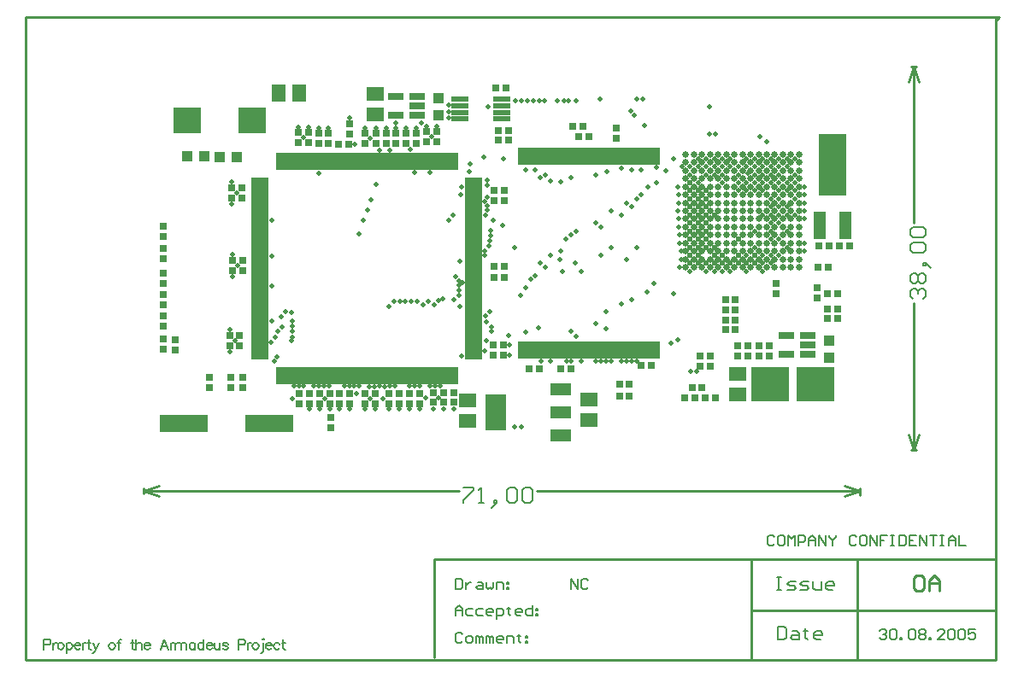
<source format=gts>
%FSLAX42Y42*%
%MOMM*%
G71*
G01*
G75*
%ADD10C,0.45*%
%ADD11R,0.30X1.60*%
%ADD12R,0.60X0.50*%
%ADD13R,0.50X0.60*%
%ADD14R,1.20X1.50*%
%ADD15R,1.50X1.20*%
%ADD16R,0.80X0.90*%
%ADD17R,1.60X0.30*%
%ADD18R,1.95X3.40*%
%ADD19R,1.95X1.10*%
%ADD20R,1.45X0.55*%
%ADD21R,0.90X0.80*%
%ADD22R,2.60X2.40*%
%ADD23R,1.00X2.50*%
%ADD24R,2.50X6.00*%
%ADD25R,3.50X3.20*%
%ADD26R,4.50X1.50*%
%ADD27R,1.50X0.35*%
%ADD28C,0.15*%
%ADD29C,0.25*%
%ADD30C,0.15*%
%ADD31C,0.13*%
%ADD32C,0.18*%
%ADD33C,0.30*%
%ADD34C,0.40*%
%ADD35R,0.35X1.60*%
%ADD36C,0.80*%
%ADD37C,1.10*%
%ADD38O,0.35X1.60*%
%ADD39R,0.95X1.00*%
%ADD40R,1.15X0.35*%
%ADD41R,1.15X0.35*%
%ADD42R,1.65X0.30*%
%ADD43R,0.30X1.00*%
%ADD44O,0.30X1.00*%
%ADD45R,0.40X1.55*%
%ADD46R,0.40X2.20*%
%ADD47C,0.25*%
%ADD48C,0.20*%
%ADD49C,0.10*%
%ADD50C,0.65*%
%ADD51R,0.50X1.80*%
%ADD52R,0.80X0.70*%
%ADD53R,0.70X0.80*%
%ADD54R,1.40X1.70*%
%ADD55R,1.70X1.40*%
%ADD56R,1.00X1.10*%
%ADD57R,1.80X0.50*%
%ADD58R,2.15X3.60*%
%ADD59R,2.15X1.30*%
%ADD60R,1.65X0.75*%
%ADD61R,1.10X1.00*%
%ADD62R,2.80X2.60*%
%ADD63R,1.20X2.70*%
%ADD64R,2.70X6.20*%
%ADD65R,3.70X3.40*%
%ADD66R,4.70X1.70*%
%ADD67R,1.70X0.55*%
%ADD68C,0.50*%
%ADD69C,0.60*%
D29*
X9060Y6051D02*
X9115D01*
X9065Y2251D02*
X9110D01*
X9090Y4502D02*
Y6051D01*
Y2251D02*
Y3710D01*
X9039Y5898D02*
X9090Y6051D01*
X9141Y5898D01*
X9090Y2251D02*
X9141Y2403D01*
X9039D02*
X9090Y2251D01*
X1457Y1815D02*
Y1865D01*
X8557Y1800D02*
Y1865D01*
X1457Y1840D02*
X4583D01*
X5350D02*
X8557D01*
X1457D02*
X1610Y1789D01*
X1457Y1840D02*
X1610Y1891D01*
X8405D02*
X8557Y1840D01*
X8405Y1789D02*
X8557Y1840D01*
X8530Y170D02*
Y1170D01*
X7480Y660D02*
X9900D01*
X7480Y180D02*
Y1170D01*
X4340Y190D02*
Y1170D01*
X9900D01*
Y170D02*
Y6540D01*
Y6510D02*
X9930Y6540D01*
X290D02*
X9930D01*
X290Y170D02*
Y6540D01*
Y170D02*
X9900D01*
X9090Y977D02*
X9115Y1002D01*
X9166D01*
X9192Y977D01*
Y875D01*
X9166Y850D01*
X9115D01*
X9090Y875D01*
Y977D01*
X9242Y850D02*
Y952D01*
X9293Y1002D01*
X9344Y952D01*
Y850D01*
Y926D01*
X9242D01*
D30*
X9078Y3751D02*
X9053Y3776D01*
Y3827D01*
X9078Y3852D01*
X9104D01*
X9129Y3827D01*
Y3801D01*
Y3827D01*
X9155Y3852D01*
X9180D01*
X9205Y3827D01*
Y3776D01*
X9180Y3751D01*
X9078Y3903D02*
X9053Y3928D01*
Y3979D01*
X9078Y4005D01*
X9104D01*
X9129Y3979D01*
X9155Y4005D01*
X9180D01*
X9205Y3979D01*
Y3928D01*
X9180Y3903D01*
X9155D01*
X9129Y3928D01*
X9104Y3903D01*
X9078D01*
X9129Y3928D02*
Y3979D01*
X9231Y4081D02*
X9205Y4106D01*
X9180D01*
Y4081D01*
X9205D01*
Y4106D01*
X9231Y4081D01*
X9256Y4055D01*
X9078Y4208D02*
X9053Y4233D01*
Y4284D01*
X9078Y4309D01*
X9180D01*
X9205Y4284D01*
Y4233D01*
X9180Y4208D01*
X9078D01*
Y4360D02*
X9053Y4385D01*
Y4436D01*
X9078Y4462D01*
X9180D01*
X9205Y4436D01*
Y4385D01*
X9180Y4360D01*
X9078D01*
X4624Y1876D02*
X4725D01*
Y1850D01*
X4624Y1749D01*
Y1723D01*
X4776D02*
X4827D01*
X4802D01*
Y1876D01*
X4776Y1850D01*
X4928Y1698D02*
X4954Y1723D01*
Y1749D01*
X4928D01*
Y1723D01*
X4954D01*
X4928Y1698D01*
X4903Y1672D01*
X5055Y1850D02*
X5081Y1876D01*
X5132D01*
X5157Y1850D01*
Y1749D01*
X5132Y1723D01*
X5081D01*
X5055Y1749D01*
Y1850D01*
X5208D02*
X5233Y1876D01*
X5284D01*
X5309Y1850D01*
Y1749D01*
X5284Y1723D01*
X5233D01*
X5208Y1749D01*
Y1850D01*
D31*
X8750Y455D02*
X8767Y472D01*
X8801D01*
X8818Y455D01*
Y438D01*
X8801Y421D01*
X8784D01*
X8801D01*
X8818Y404D01*
Y387D01*
X8801Y370D01*
X8767D01*
X8750Y387D01*
X8852Y455D02*
X8868Y472D01*
X8902D01*
X8919Y455D01*
Y387D01*
X8902Y370D01*
X8868D01*
X8852Y387D01*
Y455D01*
X8953Y370D02*
Y387D01*
X8970D01*
Y370D01*
X8953D01*
X9038Y455D02*
X9055Y472D01*
X9089D01*
X9105Y455D01*
Y387D01*
X9089Y370D01*
X9055D01*
X9038Y387D01*
Y455D01*
X9139D02*
X9156Y472D01*
X9190D01*
X9207Y455D01*
Y438D01*
X9190Y421D01*
X9207Y404D01*
Y387D01*
X9190Y370D01*
X9156D01*
X9139Y387D01*
Y404D01*
X9156Y421D01*
X9139Y438D01*
Y455D01*
X9156Y421D02*
X9190D01*
X9241Y370D02*
Y387D01*
X9258D01*
Y370D01*
X9241D01*
X9393D02*
X9326D01*
X9393Y438D01*
Y455D01*
X9376Y472D01*
X9342D01*
X9326Y455D01*
X9427D02*
X9444Y472D01*
X9478D01*
X9495Y455D01*
Y387D01*
X9478Y370D01*
X9444D01*
X9427Y387D01*
Y455D01*
X9529D02*
X9546Y472D01*
X9579D01*
X9596Y455D01*
Y387D01*
X9579Y370D01*
X9546D01*
X9529Y387D01*
Y455D01*
X9698Y472D02*
X9630D01*
Y421D01*
X9664Y438D01*
X9681D01*
X9698Y421D01*
Y387D01*
X9681Y370D01*
X9647D01*
X9630Y387D01*
X5690Y870D02*
Y972D01*
X5758Y870D01*
Y972D01*
X5859Y955D02*
X5842Y972D01*
X5808D01*
X5792Y955D01*
Y887D01*
X5808Y870D01*
X5842D01*
X5859Y887D01*
X470Y318D02*
X514D01*
X528Y323D01*
X533Y328D01*
X538Y338D01*
Y352D01*
X533Y362D01*
X528Y367D01*
X514Y372D01*
X470D01*
Y270D01*
X560Y338D02*
Y270D01*
Y309D02*
X565Y323D01*
X575Y333D01*
X585Y338D01*
X599D01*
X633D02*
X623Y333D01*
X613Y323D01*
X608Y309D01*
Y299D01*
X613Y285D01*
X623Y275D01*
X633Y270D01*
X647D01*
X657Y275D01*
X666Y285D01*
X671Y299D01*
Y309D01*
X666Y323D01*
X657Y333D01*
X647Y338D01*
X633D01*
X693D02*
Y236D01*
Y323D02*
X703Y333D01*
X713Y338D01*
X727D01*
X737Y333D01*
X747Y323D01*
X752Y309D01*
Y299D01*
X747Y285D01*
X737Y275D01*
X727Y270D01*
X713D01*
X703Y275D01*
X693Y285D01*
X773Y309D02*
X831D01*
Y318D01*
X826Y328D01*
X822Y333D01*
X812Y338D01*
X797D01*
X788Y333D01*
X778Y323D01*
X773Y309D01*
Y299D01*
X778Y285D01*
X788Y275D01*
X797Y270D01*
X812D01*
X822Y275D01*
X831Y285D01*
X853Y338D02*
Y270D01*
Y309D02*
X858Y323D01*
X868Y333D01*
X877Y338D01*
X892D01*
X915Y372D02*
Y289D01*
X920Y275D01*
X930Y270D01*
X940D01*
X901Y338D02*
X935D01*
X959D02*
X988Y270D01*
X1017Y338D02*
X988Y270D01*
X978Y251D01*
X969Y241D01*
X959Y236D01*
X954D01*
X1138Y338D02*
X1128Y333D01*
X1119Y323D01*
X1114Y309D01*
Y299D01*
X1119Y285D01*
X1128Y275D01*
X1138Y270D01*
X1153D01*
X1162Y275D01*
X1172Y285D01*
X1177Y299D01*
Y309D01*
X1172Y323D01*
X1162Y333D01*
X1153Y338D01*
X1138D01*
X1238Y372D02*
X1228D01*
X1218Y367D01*
X1213Y352D01*
Y270D01*
X1199Y338D02*
X1233D01*
X1346Y372D02*
Y289D01*
X1351Y275D01*
X1361Y270D01*
X1371D01*
X1332Y338D02*
X1366D01*
X1385Y372D02*
Y270D01*
Y318D02*
X1400Y333D01*
X1409Y338D01*
X1424D01*
X1434Y333D01*
X1438Y318D01*
Y270D01*
X1465Y309D02*
X1523D01*
Y318D01*
X1518Y328D01*
X1513Y333D01*
X1504Y338D01*
X1489D01*
X1479Y333D01*
X1470Y323D01*
X1465Y309D01*
Y299D01*
X1470Y285D01*
X1479Y275D01*
X1489Y270D01*
X1504D01*
X1513Y275D01*
X1523Y285D01*
X1702Y270D02*
X1663Y372D01*
X1625Y270D01*
X1639Y304D02*
X1687D01*
X1726Y338D02*
Y270D01*
Y309D02*
X1731Y323D01*
X1740Y333D01*
X1750Y338D01*
X1764D01*
X1774D02*
Y270D01*
Y318D02*
X1788Y333D01*
X1798Y338D01*
X1812D01*
X1822Y333D01*
X1827Y318D01*
Y270D01*
Y318D02*
X1841Y333D01*
X1851Y338D01*
X1865D01*
X1875Y333D01*
X1880Y318D01*
Y270D01*
X1970Y338D02*
Y270D01*
Y323D02*
X1960Y333D01*
X1951Y338D01*
X1936D01*
X1926Y333D01*
X1917Y323D01*
X1912Y309D01*
Y299D01*
X1917Y285D01*
X1926Y275D01*
X1936Y270D01*
X1951D01*
X1960Y275D01*
X1970Y285D01*
X2055Y372D02*
Y270D01*
Y323D02*
X2045Y333D01*
X2036Y338D01*
X2021D01*
X2012Y333D01*
X2002Y323D01*
X1997Y309D01*
Y299D01*
X2002Y285D01*
X2012Y275D01*
X2021Y270D01*
X2036D01*
X2045Y275D01*
X2055Y285D01*
X2082Y309D02*
X2140D01*
Y318D01*
X2135Y328D01*
X2131Y333D01*
X2121Y338D01*
X2106D01*
X2097Y333D01*
X2087Y323D01*
X2082Y309D01*
Y299D01*
X2087Y285D01*
X2097Y275D01*
X2106Y270D01*
X2121D01*
X2131Y275D01*
X2140Y285D01*
X2162Y338D02*
Y289D01*
X2167Y275D01*
X2177Y270D01*
X2191D01*
X2201Y275D01*
X2215Y289D01*
Y338D02*
Y270D01*
X2295Y323D02*
X2290Y333D01*
X2276Y338D01*
X2261D01*
X2247Y333D01*
X2242Y323D01*
X2247Y314D01*
X2256Y309D01*
X2281Y304D01*
X2290Y299D01*
X2295Y289D01*
Y285D01*
X2290Y275D01*
X2276Y270D01*
X2261D01*
X2247Y275D01*
X2242Y285D01*
X2396Y318D02*
X2440D01*
X2454Y323D01*
X2459Y328D01*
X2464Y338D01*
Y352D01*
X2459Y362D01*
X2454Y367D01*
X2440Y372D01*
X2396D01*
Y270D01*
X2487Y338D02*
Y270D01*
Y309D02*
X2491Y323D01*
X2501Y333D01*
X2511Y338D01*
X2525D01*
X2559D02*
X2549Y333D01*
X2539Y323D01*
X2534Y309D01*
Y299D01*
X2539Y285D01*
X2549Y275D01*
X2559Y270D01*
X2573D01*
X2583Y275D01*
X2592Y285D01*
X2597Y299D01*
Y309D01*
X2592Y323D01*
X2583Y333D01*
X2573Y338D01*
X2559D01*
X2639Y372D02*
X2644Y367D01*
X2649Y372D01*
X2644Y376D01*
X2639Y372D01*
X2644Y338D02*
Y255D01*
X2639Y241D01*
X2629Y236D01*
X2620D01*
X2667Y309D02*
X2726D01*
Y318D01*
X2721Y328D01*
X2716Y333D01*
X2706Y338D01*
X2692D01*
X2682Y333D01*
X2672Y323D01*
X2667Y309D01*
Y299D01*
X2672Y285D01*
X2682Y275D01*
X2692Y270D01*
X2706D01*
X2716Y275D01*
X2726Y285D01*
X2805Y323D02*
X2796Y333D01*
X2786Y338D01*
X2771D01*
X2762Y333D01*
X2752Y323D01*
X2747Y309D01*
Y299D01*
X2752Y285D01*
X2762Y275D01*
X2771Y270D01*
X2786D01*
X2796Y275D01*
X2805Y285D01*
X2842Y372D02*
Y289D01*
X2846Y275D01*
X2856Y270D01*
X2866D01*
X2827Y338D02*
X2861D01*
X4550Y610D02*
Y678D01*
X4584Y712D01*
X4618Y678D01*
Y610D01*
Y661D01*
X4550D01*
X4719Y678D02*
X4668D01*
X4652Y661D01*
Y627D01*
X4668Y610D01*
X4719D01*
X4821Y678D02*
X4770D01*
X4753Y661D01*
Y627D01*
X4770Y610D01*
X4821D01*
X4905D02*
X4872D01*
X4855Y627D01*
Y661D01*
X4872Y678D01*
X4905D01*
X4922Y661D01*
Y644D01*
X4855D01*
X4956Y576D02*
Y678D01*
X5007D01*
X5024Y661D01*
Y627D01*
X5007Y610D01*
X4956D01*
X5075Y695D02*
Y678D01*
X5058D01*
X5092D01*
X5075D01*
Y627D01*
X5092Y610D01*
X5193D02*
X5159D01*
X5142Y627D01*
Y661D01*
X5159Y678D01*
X5193D01*
X5210Y661D01*
Y644D01*
X5142D01*
X5312Y712D02*
Y610D01*
X5261D01*
X5244Y627D01*
Y661D01*
X5261Y678D01*
X5312D01*
X5346D02*
X5363D01*
Y661D01*
X5346D01*
Y678D01*
Y627D02*
X5363D01*
Y610D01*
X5346D01*
Y627D01*
X4550Y972D02*
Y870D01*
X4601D01*
X4618Y887D01*
Y955D01*
X4601Y972D01*
X4550D01*
X4652Y938D02*
Y870D01*
Y904D01*
X4668Y921D01*
X4685Y938D01*
X4702D01*
X4770D02*
X4804D01*
X4821Y921D01*
Y870D01*
X4770D01*
X4753Y887D01*
X4770Y904D01*
X4821D01*
X4855Y938D02*
Y887D01*
X4872Y870D01*
X4889Y887D01*
X4905Y870D01*
X4922Y887D01*
Y938D01*
X4956Y870D02*
Y938D01*
X5007D01*
X5024Y921D01*
Y870D01*
X5058Y938D02*
X5075D01*
Y921D01*
X5058D01*
Y938D01*
Y887D02*
X5075D01*
Y870D01*
X5058D01*
Y887D01*
X4618Y425D02*
X4601Y442D01*
X4567D01*
X4550Y425D01*
Y357D01*
X4567Y340D01*
X4601D01*
X4618Y357D01*
X4668Y340D02*
X4702D01*
X4719Y357D01*
Y391D01*
X4702Y408D01*
X4668D01*
X4652Y391D01*
Y357D01*
X4668Y340D01*
X4753D02*
Y408D01*
X4770D01*
X4787Y391D01*
Y340D01*
Y391D01*
X4804Y408D01*
X4821Y391D01*
Y340D01*
X4855D02*
Y408D01*
X4872D01*
X4889Y391D01*
Y340D01*
Y391D01*
X4905Y408D01*
X4922Y391D01*
Y340D01*
X5007D02*
X4973D01*
X4956Y357D01*
Y391D01*
X4973Y408D01*
X5007D01*
X5024Y391D01*
Y374D01*
X4956D01*
X5058Y340D02*
Y408D01*
X5109D01*
X5126Y391D01*
Y340D01*
X5176Y425D02*
Y408D01*
X5159D01*
X5193D01*
X5176D01*
Y357D01*
X5193Y340D01*
X5244Y408D02*
X5261D01*
Y391D01*
X5244D01*
Y408D01*
Y357D02*
X5261D01*
Y340D01*
X5244D01*
Y357D01*
X7708Y1385D02*
X7691Y1402D01*
X7657D01*
X7640Y1385D01*
Y1317D01*
X7657Y1300D01*
X7691D01*
X7708Y1317D01*
X7792Y1402D02*
X7758D01*
X7742Y1385D01*
Y1317D01*
X7758Y1300D01*
X7792D01*
X7809Y1317D01*
Y1385D01*
X7792Y1402D01*
X7843Y1300D02*
Y1402D01*
X7877Y1368D01*
X7911Y1402D01*
Y1300D01*
X7945D02*
Y1402D01*
X7995D01*
X8012Y1385D01*
Y1351D01*
X7995Y1334D01*
X7945D01*
X8046Y1300D02*
Y1368D01*
X8080Y1402D01*
X8114Y1368D01*
Y1300D01*
Y1351D01*
X8046D01*
X8148Y1300D02*
Y1402D01*
X8216Y1300D01*
Y1402D01*
X8249D02*
Y1385D01*
X8283Y1351D01*
X8317Y1385D01*
Y1402D01*
X8283Y1351D02*
Y1300D01*
X8520Y1385D02*
X8503Y1402D01*
X8469D01*
X8453Y1385D01*
Y1317D01*
X8469Y1300D01*
X8503D01*
X8520Y1317D01*
X8605Y1402D02*
X8571D01*
X8554Y1385D01*
Y1317D01*
X8571Y1300D01*
X8605D01*
X8622Y1317D01*
Y1385D01*
X8605Y1402D01*
X8656Y1300D02*
Y1402D01*
X8723Y1300D01*
Y1402D01*
X8825D02*
X8757D01*
Y1351D01*
X8791D01*
X8757D01*
Y1300D01*
X8859Y1402D02*
X8893D01*
X8876D01*
Y1300D01*
X8859D01*
X8893D01*
X8943Y1402D02*
Y1300D01*
X8994D01*
X9011Y1317D01*
Y1385D01*
X8994Y1402D01*
X8943D01*
X9113D02*
X9045D01*
Y1300D01*
X9113D01*
X9045Y1351D02*
X9079D01*
X9147Y1300D02*
Y1402D01*
X9214Y1300D01*
Y1402D01*
X9248D02*
X9316D01*
X9282D01*
Y1300D01*
X9350Y1402D02*
X9384D01*
X9367D01*
Y1300D01*
X9350D01*
X9384D01*
X9434D02*
Y1368D01*
X9468Y1402D01*
X9502Y1368D01*
Y1300D01*
Y1351D01*
X9434D01*
X9536Y1402D02*
Y1300D01*
X9604D01*
D32*
X7740Y497D02*
Y370D01*
X7803D01*
X7825Y391D01*
Y476D01*
X7803Y497D01*
X7740D01*
X7888Y455D02*
X7930D01*
X7952Y433D01*
Y370D01*
X7888D01*
X7867Y391D01*
X7888Y412D01*
X7952D01*
X8015Y476D02*
Y455D01*
X7994D01*
X8036D01*
X8015D01*
Y391D01*
X8036Y370D01*
X8163D02*
X8121D01*
X8100Y391D01*
Y433D01*
X8121Y455D01*
X8163D01*
X8184Y433D01*
Y412D01*
X8100D01*
X7730Y987D02*
X7772D01*
X7751D01*
Y860D01*
X7730D01*
X7772D01*
X7836D02*
X7899D01*
X7920Y881D01*
X7899Y902D01*
X7857D01*
X7836Y923D01*
X7857Y945D01*
X7920D01*
X7963Y860D02*
X8026D01*
X8047Y881D01*
X8026Y902D01*
X7984D01*
X7963Y923D01*
X7984Y945D01*
X8047D01*
X8090D02*
Y881D01*
X8111Y860D01*
X8174D01*
Y945D01*
X8280Y860D02*
X8238D01*
X8217Y881D01*
Y923D01*
X8238Y945D01*
X8280D01*
X8301Y923D01*
Y902D01*
X8217D01*
D50*
X7470Y4220D02*
D03*
X7550Y4300D02*
D03*
X7070Y4060D02*
D03*
X7310Y4380D02*
D03*
Y4300D02*
D03*
Y4220D02*
D03*
X7390Y4300D02*
D03*
X6830Y5180D02*
D03*
Y5100D02*
D03*
Y5020D02*
D03*
Y4940D02*
D03*
Y4860D02*
D03*
Y4780D02*
D03*
Y4700D02*
D03*
Y4620D02*
D03*
Y4540D02*
D03*
Y4460D02*
D03*
Y4380D02*
D03*
Y4300D02*
D03*
Y4220D02*
D03*
Y4140D02*
D03*
Y4060D02*
D03*
X6910Y5180D02*
D03*
Y5100D02*
D03*
Y5020D02*
D03*
Y4940D02*
D03*
Y4860D02*
D03*
Y4780D02*
D03*
Y4700D02*
D03*
Y4620D02*
D03*
Y4540D02*
D03*
Y4460D02*
D03*
Y4380D02*
D03*
Y4300D02*
D03*
Y4220D02*
D03*
Y4140D02*
D03*
Y4060D02*
D03*
X6990Y5180D02*
D03*
Y5100D02*
D03*
Y5020D02*
D03*
Y4940D02*
D03*
Y4860D02*
D03*
Y4780D02*
D03*
Y4700D02*
D03*
Y4620D02*
D03*
Y4540D02*
D03*
Y4460D02*
D03*
Y4380D02*
D03*
Y4300D02*
D03*
Y4220D02*
D03*
Y4140D02*
D03*
X6990Y4060D02*
D03*
X7070Y5180D02*
D03*
Y5100D02*
D03*
Y5020D02*
D03*
Y4940D02*
D03*
Y4860D02*
D03*
Y4780D02*
D03*
Y4700D02*
D03*
Y4620D02*
D03*
Y4540D02*
D03*
Y4460D02*
D03*
Y4380D02*
D03*
Y4300D02*
D03*
Y4220D02*
D03*
Y4140D02*
D03*
X7150Y5180D02*
D03*
Y5100D02*
D03*
Y5020D02*
D03*
Y4940D02*
D03*
Y4860D02*
D03*
Y4780D02*
D03*
Y4700D02*
D03*
Y4620D02*
D03*
Y4540D02*
D03*
Y4460D02*
D03*
Y4380D02*
D03*
Y4300D02*
D03*
Y4220D02*
D03*
Y4140D02*
D03*
Y4060D02*
D03*
X7230Y5180D02*
D03*
Y5100D02*
D03*
Y5020D02*
D03*
Y4940D02*
D03*
Y4860D02*
D03*
Y4780D02*
D03*
Y4700D02*
D03*
Y4620D02*
D03*
Y4540D02*
D03*
Y4460D02*
D03*
Y4380D02*
D03*
Y4300D02*
D03*
Y4220D02*
D03*
Y4140D02*
D03*
Y4060D02*
D03*
X7310Y5180D02*
D03*
Y5100D02*
D03*
Y5020D02*
D03*
Y4940D02*
D03*
Y4860D02*
D03*
Y4780D02*
D03*
Y4700D02*
D03*
Y4620D02*
D03*
Y4540D02*
D03*
Y4460D02*
D03*
Y4140D02*
D03*
Y4060D02*
D03*
X7390Y5180D02*
D03*
Y5100D02*
D03*
Y5020D02*
D03*
Y4940D02*
D03*
Y4860D02*
D03*
Y4780D02*
D03*
Y4700D02*
D03*
Y4620D02*
D03*
Y4540D02*
D03*
Y4460D02*
D03*
Y4380D02*
D03*
Y4220D02*
D03*
Y4140D02*
D03*
Y4060D02*
D03*
X7470Y5180D02*
D03*
Y5100D02*
D03*
Y5020D02*
D03*
Y4940D02*
D03*
Y4860D02*
D03*
Y4780D02*
D03*
Y4700D02*
D03*
Y4620D02*
D03*
Y4540D02*
D03*
Y4460D02*
D03*
Y4380D02*
D03*
Y4300D02*
D03*
Y4140D02*
D03*
Y4060D02*
D03*
X7550Y5180D02*
D03*
Y5100D02*
D03*
Y5020D02*
D03*
Y4940D02*
D03*
Y4860D02*
D03*
Y4780D02*
D03*
Y4700D02*
D03*
Y4620D02*
D03*
Y4540D02*
D03*
Y4460D02*
D03*
Y4380D02*
D03*
Y4220D02*
D03*
Y4140D02*
D03*
Y4060D02*
D03*
X7630Y5180D02*
D03*
Y5100D02*
D03*
Y5020D02*
D03*
Y4940D02*
D03*
Y4860D02*
D03*
Y4780D02*
D03*
Y4700D02*
D03*
Y4620D02*
D03*
Y4460D02*
D03*
Y4380D02*
D03*
Y4300D02*
D03*
Y4220D02*
D03*
Y4140D02*
D03*
Y4060D02*
D03*
X7710Y5180D02*
D03*
Y5100D02*
D03*
Y5020D02*
D03*
Y4940D02*
D03*
Y4860D02*
D03*
Y4780D02*
D03*
Y4700D02*
D03*
Y4620D02*
D03*
Y4540D02*
D03*
Y4460D02*
D03*
Y4380D02*
D03*
Y4300D02*
D03*
Y4220D02*
D03*
Y4140D02*
D03*
Y4060D02*
D03*
X7790Y5180D02*
D03*
Y5100D02*
D03*
Y5020D02*
D03*
Y4940D02*
D03*
Y4860D02*
D03*
Y4780D02*
D03*
Y4700D02*
D03*
Y4620D02*
D03*
Y4540D02*
D03*
Y4460D02*
D03*
Y4380D02*
D03*
Y4300D02*
D03*
Y4220D02*
D03*
Y4140D02*
D03*
Y4060D02*
D03*
X7870Y5180D02*
D03*
Y5100D02*
D03*
Y5020D02*
D03*
Y4940D02*
D03*
Y4860D02*
D03*
Y4780D02*
D03*
Y4700D02*
D03*
Y4540D02*
D03*
Y4460D02*
D03*
Y4380D02*
D03*
Y4300D02*
D03*
Y4220D02*
D03*
Y4140D02*
D03*
Y4060D02*
D03*
X7950Y5180D02*
D03*
Y5100D02*
D03*
Y5020D02*
D03*
Y4940D02*
D03*
Y4860D02*
D03*
Y4780D02*
D03*
Y4700D02*
D03*
Y4620D02*
D03*
Y4540D02*
D03*
Y4460D02*
D03*
Y4380D02*
D03*
Y4300D02*
D03*
Y4220D02*
D03*
Y4140D02*
D03*
Y4060D02*
D03*
X7630Y4540D02*
D03*
X7870Y4620D02*
D03*
D51*
X6493Y3240D02*
D03*
X3445Y5110D02*
D03*
X4545D02*
D03*
X4495D02*
D03*
X4445D02*
D03*
X4395D02*
D03*
X4345D02*
D03*
X4295D02*
D03*
X4245D02*
D03*
X4195D02*
D03*
X4145D02*
D03*
X4095D02*
D03*
X4045D02*
D03*
X3995D02*
D03*
X3945D02*
D03*
X3895D02*
D03*
X3845D02*
D03*
X3795D02*
D03*
X3745D02*
D03*
X3695D02*
D03*
X3645D02*
D03*
X3595D02*
D03*
X3545D02*
D03*
X3495D02*
D03*
X3395D02*
D03*
X3345D02*
D03*
X3295D02*
D03*
X3245D02*
D03*
X3195D02*
D03*
X3145D02*
D03*
X3095D02*
D03*
X3045D02*
D03*
X2995D02*
D03*
X2945D02*
D03*
X2895D02*
D03*
X2845D02*
D03*
X2795D02*
D03*
X4545Y2990D02*
D03*
X4495D02*
D03*
X4445D02*
D03*
X4395D02*
D03*
X4345D02*
D03*
X4295D02*
D03*
X4245D02*
D03*
X4195D02*
D03*
X4145D02*
D03*
X4095D02*
D03*
X4045D02*
D03*
X3995D02*
D03*
X3945D02*
D03*
X3895D02*
D03*
X3845D02*
D03*
X3795D02*
D03*
X3745D02*
D03*
X3695D02*
D03*
X3645D02*
D03*
X3595D02*
D03*
X3545D02*
D03*
X3495D02*
D03*
X3445D02*
D03*
X3395D02*
D03*
X3345D02*
D03*
X3295D02*
D03*
X3245D02*
D03*
X3195D02*
D03*
X3145D02*
D03*
X3095D02*
D03*
X3045D02*
D03*
X2995D02*
D03*
X2945D02*
D03*
X2895D02*
D03*
X2845D02*
D03*
X2795D02*
D03*
X5192Y3240D02*
D03*
X5242D02*
D03*
X5292D02*
D03*
X5342D02*
D03*
X5392D02*
D03*
X5442D02*
D03*
X5492D02*
D03*
X5542D02*
D03*
X5592D02*
D03*
X5642D02*
D03*
X5692D02*
D03*
X5742D02*
D03*
X5792D02*
D03*
X5842D02*
D03*
X5892D02*
D03*
X5942D02*
D03*
X5992D02*
D03*
X6042D02*
D03*
X6092D02*
D03*
X6142D02*
D03*
X6192D02*
D03*
X6242D02*
D03*
X6292D02*
D03*
X6342D02*
D03*
X6392D02*
D03*
X6443D02*
D03*
X6543D02*
D03*
X5192Y5160D02*
D03*
X5242D02*
D03*
X5292D02*
D03*
X5342D02*
D03*
X5392D02*
D03*
X5442D02*
D03*
X5492D02*
D03*
X5542D02*
D03*
X5592D02*
D03*
X5642D02*
D03*
X5692D02*
D03*
X5742D02*
D03*
X5792D02*
D03*
X5842D02*
D03*
X5892D02*
D03*
X5942D02*
D03*
X5992D02*
D03*
X6042D02*
D03*
X6092D02*
D03*
X6142D02*
D03*
X6192D02*
D03*
X6242D02*
D03*
X6292D02*
D03*
X6342D02*
D03*
X6392D02*
D03*
X6443D02*
D03*
X6493D02*
D03*
X6543D02*
D03*
D52*
X1650Y3350D02*
D03*
Y3250D02*
D03*
Y4250D02*
D03*
Y4150D02*
D03*
Y4470D02*
D03*
Y4370D02*
D03*
X7550Y3280D02*
D03*
Y3180D02*
D03*
X7440Y3180D02*
D03*
Y3280D02*
D03*
X7320Y3640D02*
D03*
Y3740D02*
D03*
X7220Y3740D02*
D03*
Y3640D02*
D03*
X6970Y3180D02*
D03*
Y3080D02*
D03*
X7070Y3180D02*
D03*
Y3080D02*
D03*
X2110Y2970D02*
D03*
Y2870D02*
D03*
X1770Y3340D02*
D03*
Y3240D02*
D03*
X7660Y3280D02*
D03*
Y3180D02*
D03*
X7340Y3180D02*
D03*
Y3280D02*
D03*
X7720Y3800D02*
D03*
Y3900D02*
D03*
X8130Y3860D02*
D03*
Y3760D02*
D03*
X6140Y5340D02*
D03*
Y5440D02*
D03*
X3100Y2810D02*
D03*
Y2710D02*
D03*
X3000Y2810D02*
D03*
Y2710D02*
D03*
X3750Y2810D02*
D03*
Y2710D02*
D03*
X3650Y2810D02*
D03*
Y2710D02*
D03*
X4430Y2820D02*
D03*
Y2720D02*
D03*
X4330Y2820D02*
D03*
Y2720D02*
D03*
X4260Y5310D02*
D03*
Y5410D02*
D03*
X4360Y5310D02*
D03*
Y5410D02*
D03*
X3650Y5290D02*
D03*
Y5390D02*
D03*
X3760Y5290D02*
D03*
Y5390D02*
D03*
X2990Y5300D02*
D03*
Y5400D02*
D03*
X3090Y5300D02*
D03*
Y5400D02*
D03*
X4530Y2820D02*
D03*
Y2720D02*
D03*
X4060Y5290D02*
D03*
Y5390D02*
D03*
X4160Y5290D02*
D03*
Y5390D02*
D03*
X3190Y5290D02*
D03*
Y5390D02*
D03*
X3290Y5290D02*
D03*
Y5390D02*
D03*
X3300Y2810D02*
D03*
Y2710D02*
D03*
X3200Y2810D02*
D03*
Y2710D02*
D03*
X4190Y2810D02*
D03*
Y2710D02*
D03*
X4090Y2810D02*
D03*
Y2710D02*
D03*
X3860Y5290D02*
D03*
Y5390D02*
D03*
X3960Y5290D02*
D03*
Y5390D02*
D03*
X3500Y5380D02*
D03*
Y5480D02*
D03*
X3500Y2810D02*
D03*
Y2710D02*
D03*
X3400Y2810D02*
D03*
Y2710D02*
D03*
X3990Y2810D02*
D03*
Y2710D02*
D03*
X3890Y2810D02*
D03*
Y2710D02*
D03*
X1650Y4000D02*
D03*
Y3900D02*
D03*
Y3580D02*
D03*
Y3480D02*
D03*
Y3790D02*
D03*
Y3690D02*
D03*
X2320Y2970D02*
D03*
Y2870D02*
D03*
X3310Y2470D02*
D03*
Y2570D02*
D03*
X2440Y2970D02*
D03*
Y2870D02*
D03*
D53*
X7220Y3540D02*
D03*
X7320D02*
D03*
X6270Y2900D02*
D03*
Y2780D02*
D03*
X6920Y2770D02*
D03*
X6820D02*
D03*
X6990Y2870D02*
D03*
X6890D02*
D03*
X7120Y2770D02*
D03*
X8230Y3550D02*
D03*
X8330D02*
D03*
X8230Y3650D02*
D03*
X8330D02*
D03*
X8230Y3800D02*
D03*
X8330D02*
D03*
X8450Y4270D02*
D03*
X8350D02*
D03*
X8150D02*
D03*
X8250D02*
D03*
X7020Y2770D02*
D03*
X5590Y3050D02*
D03*
X5690D02*
D03*
X8240Y4060D02*
D03*
X8140D02*
D03*
X7220Y3440D02*
D03*
X7320D02*
D03*
X2410Y3280D02*
D03*
X2310D02*
D03*
X2410Y3380D02*
D03*
X2310D02*
D03*
X4920Y3290D02*
D03*
X5020D02*
D03*
X4920Y3190D02*
D03*
X5020D02*
D03*
X4930Y4070D02*
D03*
X5030D02*
D03*
X4930Y3960D02*
D03*
X5030D02*
D03*
X4930Y4820D02*
D03*
X5030D02*
D03*
X4930Y4720D02*
D03*
X5030D02*
D03*
X2430Y4750D02*
D03*
X2330D02*
D03*
X2430Y4850D02*
D03*
X2330D02*
D03*
X2440Y4030D02*
D03*
X2340D02*
D03*
X2440Y4130D02*
D03*
X2340D02*
D03*
X3390Y5280D02*
D03*
X3490D02*
D03*
X4950Y5840D02*
D03*
X5050D02*
D03*
X5070Y5320D02*
D03*
X4970D02*
D03*
X5070Y5420D02*
D03*
X4970D02*
D03*
X5380Y3050D02*
D03*
X5280D02*
D03*
X5870Y5360D02*
D03*
X5770D02*
D03*
X5810Y5460D02*
D03*
X5710D02*
D03*
X6390Y3090D02*
D03*
X6490D02*
D03*
X6170Y2780D02*
D03*
Y2900D02*
D03*
D54*
X2800Y5790D02*
D03*
X3000D02*
D03*
D55*
X7340Y3000D02*
D03*
Y2800D02*
D03*
X4670Y2740D02*
D03*
Y2540D02*
D03*
X5870Y2550D02*
D03*
Y2750D02*
D03*
X3750Y5780D02*
D03*
Y5580D02*
D03*
D56*
X8250Y3160D02*
D03*
Y3330D02*
D03*
X4380Y5740D02*
D03*
Y5570D02*
D03*
D57*
X4730Y4125D02*
D03*
Y4025D02*
D03*
Y3975D02*
D03*
Y3875D02*
D03*
Y3825D02*
D03*
Y3775D02*
D03*
Y3725D02*
D03*
Y3675D02*
D03*
Y3625D02*
D03*
Y3525D02*
D03*
Y3475D02*
D03*
Y3425D02*
D03*
Y3375D02*
D03*
Y3325D02*
D03*
Y3225D02*
D03*
Y3175D02*
D03*
Y3275D02*
D03*
Y3575D02*
D03*
Y3925D02*
D03*
Y4075D02*
D03*
Y4225D02*
D03*
Y4575D02*
D03*
Y4825D02*
D03*
X2610Y3175D02*
D03*
Y3225D02*
D03*
Y3275D02*
D03*
Y3325D02*
D03*
Y3375D02*
D03*
Y3425D02*
D03*
Y3475D02*
D03*
Y3525D02*
D03*
Y3575D02*
D03*
Y3625D02*
D03*
Y3675D02*
D03*
Y3725D02*
D03*
Y3775D02*
D03*
Y3825D02*
D03*
Y3875D02*
D03*
Y3925D02*
D03*
Y3975D02*
D03*
Y4025D02*
D03*
Y4075D02*
D03*
Y4125D02*
D03*
Y4175D02*
D03*
Y4225D02*
D03*
Y4275D02*
D03*
Y4325D02*
D03*
Y4375D02*
D03*
Y4425D02*
D03*
Y4475D02*
D03*
Y4525D02*
D03*
Y4575D02*
D03*
Y4625D02*
D03*
Y4675D02*
D03*
Y4725D02*
D03*
Y4775D02*
D03*
Y4825D02*
D03*
Y4875D02*
D03*
Y4925D02*
D03*
X4730Y4175D02*
D03*
Y4275D02*
D03*
Y4325D02*
D03*
Y4375D02*
D03*
Y4425D02*
D03*
Y4475D02*
D03*
Y4525D02*
D03*
Y4625D02*
D03*
Y4675D02*
D03*
Y4725D02*
D03*
Y4775D02*
D03*
Y4875D02*
D03*
Y4925D02*
D03*
D58*
X4950Y2620D02*
D03*
D59*
X5590Y2850D02*
D03*
Y2620D02*
D03*
Y2390D02*
D03*
D60*
X3953Y5565D02*
D03*
Y5755D02*
D03*
X4167D02*
D03*
Y5660D02*
D03*
Y5565D02*
D03*
X8038Y3195D02*
D03*
Y3290D02*
D03*
Y3385D02*
D03*
X7822D02*
D03*
Y3195D02*
D03*
D61*
X2380Y5150D02*
D03*
X2210D02*
D03*
X2060Y5160D02*
D03*
X1890D02*
D03*
D62*
X2530Y5520D02*
D03*
X1890D02*
D03*
D63*
X8153Y4480D02*
D03*
X8407D02*
D03*
D64*
X8280Y5080D02*
D03*
D65*
X7665Y2900D02*
D03*
X8115D02*
D03*
D66*
X1855Y2510D02*
D03*
X2705D02*
D03*
D67*
X5008Y5532D02*
D03*
Y5598D02*
D03*
Y5662D02*
D03*
X4592Y5532D02*
D03*
Y5598D02*
D03*
Y5662D02*
D03*
X5008Y5728D02*
D03*
X4592D02*
D03*
D68*
X6340Y3130D02*
D03*
X6292Y3133D02*
D03*
X6240Y3130D02*
D03*
X6190D02*
D03*
X6090D02*
D03*
X6040D02*
D03*
X5990D02*
D03*
X5940D02*
D03*
X5790D02*
D03*
X5690D02*
D03*
X5200Y2480D02*
D03*
X5130D02*
D03*
X6630Y5020D02*
D03*
X4925Y4525D02*
D03*
X6420Y5470D02*
D03*
X5980Y5730D02*
D03*
X4480Y5540D02*
D03*
Y5600D02*
D03*
Y5670D02*
D03*
X4210Y5490D02*
D03*
X4870Y5650D02*
D03*
X5020Y5140D02*
D03*
X4680Y5010D02*
D03*
X4690Y5090D02*
D03*
X4830Y5150D02*
D03*
X4610Y4860D02*
D03*
X3630Y4530D02*
D03*
X3590Y4390D02*
D03*
X3675Y4625D02*
D03*
X3710Y4730D02*
D03*
X3760Y4880D02*
D03*
X3960Y5490D02*
D03*
X3795Y5225D02*
D03*
X3895Y5225D02*
D03*
X4100Y5230D02*
D03*
X6320Y5570D02*
D03*
X6280Y5610D02*
D03*
X7110Y4980D02*
D03*
X6340Y5730D02*
D03*
X6400D02*
D03*
X7060Y5380D02*
D03*
X7120D02*
D03*
X6710Y5140D02*
D03*
X7510Y4900D02*
D03*
X7350Y4980D02*
D03*
X7190Y5060D02*
D03*
Y4900D02*
D03*
Y4980D02*
D03*
X6940Y3030D02*
D03*
X6880D02*
D03*
X4480Y4530D02*
D03*
X4520Y4580D02*
D03*
X4600Y4780D02*
D03*
X7350Y5060D02*
D03*
X7670Y4740D02*
D03*
X7350Y4900D02*
D03*
X7430D02*
D03*
X7350Y4820D02*
D03*
X7430D02*
D03*
X7510Y4820D02*
D03*
X7440Y4990D02*
D03*
X7510Y4980D02*
D03*
X7270Y5060D02*
D03*
X7430D02*
D03*
X7590Y4580D02*
D03*
X7670Y4340D02*
D03*
X7670Y4420D02*
D03*
X7670Y4580D02*
D03*
Y4500D02*
D03*
X7750Y4580D02*
D03*
X7670Y4660D02*
D03*
X7750D02*
D03*
Y4740D02*
D03*
X7830Y4900D02*
D03*
X7750D02*
D03*
Y4500D02*
D03*
X7910Y4580D02*
D03*
X7830Y4660D02*
D03*
X7910Y4740D02*
D03*
Y4820D02*
D03*
Y4900D02*
D03*
X8000Y4220D02*
D03*
Y4300D02*
D03*
Y4540D02*
D03*
X7830Y4260D02*
D03*
X7750Y4340D02*
D03*
X7830Y4420D02*
D03*
Y4580D02*
D03*
X8000Y4620D02*
D03*
X8000Y4700D02*
D03*
Y4780D02*
D03*
X8000Y4860D02*
D03*
X2360Y3330D02*
D03*
X2390Y4080D02*
D03*
X2380Y4800D02*
D03*
X3040Y5350D02*
D03*
X3700Y5340D02*
D03*
X4310Y5360D02*
D03*
X4845Y4575D02*
D03*
X4835Y4225D02*
D03*
X4620Y3910D02*
D03*
X4845Y3575D02*
D03*
X5080Y3190D02*
D03*
Y3290D02*
D03*
X4295Y2885D02*
D03*
X4145Y2885D02*
D03*
X2310Y3220D02*
D03*
X2310Y3440D02*
D03*
X2725Y3525D02*
D03*
Y3875D02*
D03*
X2340Y3970D02*
D03*
Y4190D02*
D03*
X2725Y4175D02*
D03*
Y4525D02*
D03*
X2330Y4690D02*
D03*
X2330Y4910D02*
D03*
X3550Y5280D02*
D03*
X3500Y5540D02*
D03*
X4360Y5460D02*
D03*
X4260D02*
D03*
X2990Y5450D02*
D03*
X3090D02*
D03*
X3190Y5440D02*
D03*
X3290D02*
D03*
X3650D02*
D03*
X3760D02*
D03*
X3860D02*
D03*
X3960D02*
D03*
X4160D02*
D03*
X4060D02*
D03*
X3195Y4995D02*
D03*
X4145Y5005D02*
D03*
X4295Y5005D02*
D03*
X3570Y2810D02*
D03*
X2945Y2885D02*
D03*
X2995Y2885D02*
D03*
X3045Y2885D02*
D03*
X3145D02*
D03*
X3195D02*
D03*
X3245Y2885D02*
D03*
X3295Y2885D02*
D03*
X3445D02*
D03*
X3495D02*
D03*
X3545D02*
D03*
X3595D02*
D03*
X3690Y2880D02*
D03*
X3740D02*
D03*
X3795Y2885D02*
D03*
X3850Y2880D02*
D03*
X3895Y2885D02*
D03*
X4395Y2885D02*
D03*
X4345Y2885D02*
D03*
X4195D02*
D03*
X4095D02*
D03*
X3945D02*
D03*
X3250Y2760D02*
D03*
X2930D02*
D03*
X3100Y2660D02*
D03*
X3200D02*
D03*
X3300D02*
D03*
X3400D02*
D03*
X3500D02*
D03*
X3700Y2760D02*
D03*
X3650Y2660D02*
D03*
X3750D02*
D03*
X3830Y2760D02*
D03*
X4530Y2660D02*
D03*
X4430D02*
D03*
X4330D02*
D03*
X3890D02*
D03*
X3990D02*
D03*
X4090D02*
D03*
X4190D02*
D03*
X4380Y2770D02*
D03*
X4250D02*
D03*
X5740Y5710D02*
D03*
X5670D02*
D03*
X5620D02*
D03*
X5560D02*
D03*
X5430D02*
D03*
X5380D02*
D03*
X5320D02*
D03*
X5260D02*
D03*
X5200D02*
D03*
X5140D02*
D03*
X7590Y4820D02*
D03*
X7750D02*
D03*
X7830D02*
D03*
X7430Y5140D02*
D03*
X7270D02*
D03*
X6950Y5060D02*
D03*
X7030Y4980D02*
D03*
X6950Y5140D02*
D03*
Y4900D02*
D03*
X6870Y4980D02*
D03*
Y5060D02*
D03*
X6790D02*
D03*
X7030D02*
D03*
Y5140D02*
D03*
X7110Y5060D02*
D03*
Y5140D02*
D03*
X7190D02*
D03*
X7630Y5310D02*
D03*
X7560Y5360D02*
D03*
X7060Y5650D02*
D03*
X7510Y5140D02*
D03*
X7590D02*
D03*
X7670D02*
D03*
X7750D02*
D03*
X7830D02*
D03*
X7910D02*
D03*
X7510Y5060D02*
D03*
X7590D02*
D03*
X7670D02*
D03*
X7750D02*
D03*
X7830D02*
D03*
X7590Y4900D02*
D03*
X7670D02*
D03*
X7590Y4980D02*
D03*
X7670D02*
D03*
X7750D02*
D03*
X7910D02*
D03*
X4580Y3880D02*
D03*
Y3830D02*
D03*
Y3780D02*
D03*
X2750Y3130D02*
D03*
X2780Y3170D02*
D03*
X2720Y3320D02*
D03*
X2760Y3370D02*
D03*
X2790Y3430D02*
D03*
X2830Y3470D02*
D03*
X2820Y3570D02*
D03*
X2860Y3620D02*
D03*
X3890Y3670D02*
D03*
X3935Y3725D02*
D03*
X4000Y3720D02*
D03*
X4050D02*
D03*
X4110D02*
D03*
X4170D02*
D03*
X4230Y3690D02*
D03*
X4280Y3720D02*
D03*
X4340Y3690D02*
D03*
X4380Y3730D02*
D03*
X4420Y3750D02*
D03*
X2920Y3330D02*
D03*
X2930Y3370D02*
D03*
Y3430D02*
D03*
Y3480D02*
D03*
Y3530D02*
D03*
X2920Y3610D02*
D03*
X6710Y3800D02*
D03*
X7750Y4180D02*
D03*
X7670D02*
D03*
X7590D02*
D03*
X7670Y4100D02*
D03*
X6780Y4220D02*
D03*
Y4140D02*
D03*
X6770Y4300D02*
D03*
X6770Y4380D02*
D03*
X6760Y4460D02*
D03*
Y4540D02*
D03*
X6750Y4620D02*
D03*
X6760Y4700D02*
D03*
X6770Y4060D02*
D03*
X6870Y4020D02*
D03*
X7110D02*
D03*
X7190D02*
D03*
X7270D02*
D03*
X7430D02*
D03*
X7590D02*
D03*
X6443Y3817D02*
D03*
X6340Y4260D02*
D03*
X6240Y4140D02*
D03*
X6540Y5050D02*
D03*
X6750Y4860D02*
D03*
X6450D02*
D03*
X6540Y4900D02*
D03*
X6760Y4780D02*
D03*
X6390D02*
D03*
X6340Y4740D02*
D03*
X6290Y4660D02*
D03*
X6240Y4700D02*
D03*
X6190Y4580D02*
D03*
X6090Y4620D02*
D03*
X5940Y4500D02*
D03*
X5740Y4420D02*
D03*
X5340Y3980D02*
D03*
X5290Y3940D02*
D03*
X5240Y3860D02*
D03*
X5190Y3780D02*
D03*
X6290Y3740D02*
D03*
X6190Y3700D02*
D03*
X6040Y3620D02*
D03*
X5940Y3500D02*
D03*
X5742Y3378D02*
D03*
X5392Y3127D02*
D03*
X5490Y3130D02*
D03*
X5590Y4220D02*
D03*
X5490Y4180D02*
D03*
X5440Y4060D02*
D03*
X5390Y4100D02*
D03*
X5640Y4340D02*
D03*
X5792Y4017D02*
D03*
X5645Y3130D02*
D03*
X5690Y4380D02*
D03*
X5990Y4460D02*
D03*
X4905Y3425D02*
D03*
X4900Y3470D02*
D03*
X4885Y3625D02*
D03*
X4840Y3230D02*
D03*
X4850Y3330D02*
D03*
X4580Y3930D02*
D03*
X4550Y3970D02*
D03*
X4590Y4120D02*
D03*
X4530Y3740D02*
D03*
X4590Y3670D02*
D03*
X4865Y4625D02*
D03*
Y4675D02*
D03*
X5015Y4475D02*
D03*
X4895Y4425D02*
D03*
Y4375D02*
D03*
X4885Y4325D02*
D03*
X4875Y4275D02*
D03*
X4610Y3180D02*
D03*
X4865Y4875D02*
D03*
Y4925D02*
D03*
X4860Y4760D02*
D03*
X4840Y4710D02*
D03*
X5240Y3420D02*
D03*
X5692Y3428D02*
D03*
X5070Y3380D02*
D03*
X5370Y3460D02*
D03*
X6750Y3340D02*
D03*
X6680Y3310D02*
D03*
X6040Y3450D02*
D03*
X7590Y4100D02*
D03*
X7510Y4420D02*
D03*
X5603Y4017D02*
D03*
X5580Y4140D02*
D03*
X4850Y3520D02*
D03*
X4840Y4180D02*
D03*
X5130Y4260D02*
D03*
X5390Y4950D02*
D03*
X5240Y5030D02*
D03*
X5340D02*
D03*
X5440Y4980D02*
D03*
X6190Y5040D02*
D03*
X6390Y5030D02*
D03*
X6290D02*
D03*
X6050Y5010D02*
D03*
X5940Y4980D02*
D03*
X5690Y4950D02*
D03*
X5590Y4910D02*
D03*
X5490Y4920D02*
D03*
X7030Y4020D02*
D03*
X6510Y3900D02*
D03*
X7510Y4260D02*
D03*
X7430Y4180D02*
D03*
X6092Y4258D02*
D03*
X5992Y4178D02*
D03*
X5730Y4100D02*
D03*
D69*
X6870Y4900D02*
D03*
Y4820D02*
D03*
Y4740D02*
D03*
Y4660D02*
D03*
Y4580D02*
D03*
Y4500D02*
D03*
Y4420D02*
D03*
Y4260D02*
D03*
Y4180D02*
D03*
Y4100D02*
D03*
X6950D02*
D03*
X7030D02*
D03*
X7110D02*
D03*
X7190D02*
D03*
X6950Y4580D02*
D03*
Y4500D02*
D03*
Y4420D02*
D03*
Y4340D02*
D03*
Y4260D02*
D03*
Y4180D02*
D03*
X7270Y4100D02*
D03*
X7350D02*
D03*
X7430D02*
D03*
X7510D02*
D03*
X6950Y4820D02*
D03*
X7030D02*
D03*
X6950Y4740D02*
D03*
Y4660D02*
D03*
X7030Y4740D02*
D03*
X6870Y4340D02*
D03*
X7030Y4660D02*
D03*
Y4580D02*
D03*
Y4500D02*
D03*
Y4420D02*
D03*
Y4340D02*
D03*
Y4260D02*
D03*
X7110Y4580D02*
D03*
Y4260D02*
D03*
Y4180D02*
D03*
X7190D02*
D03*
X7350D02*
D03*
X7510D02*
D03*
X7350Y4340D02*
D03*
M02*

</source>
